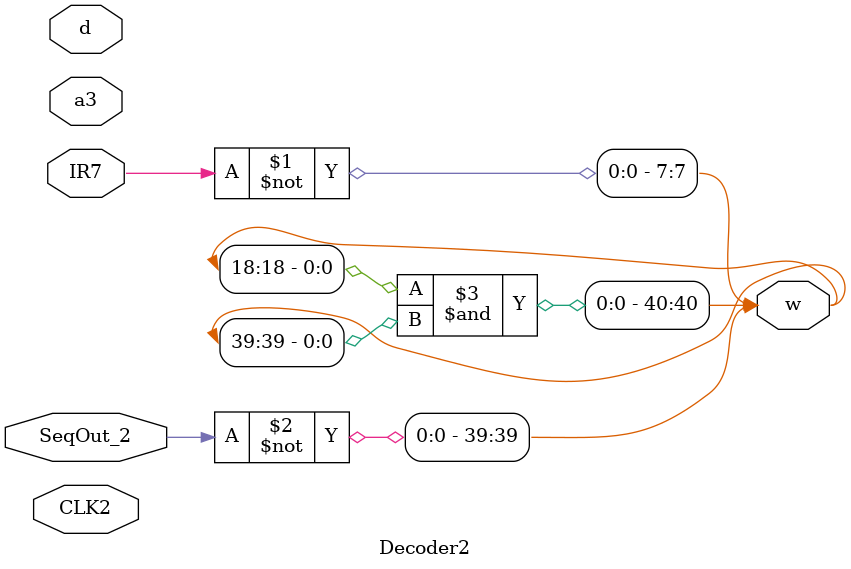
<source format=v>

module Decoder2( CLK2, a3, d, w, SeqOut_2, IR7 );

	input CLK2;
	input a3;
	input [106:0] d;
	output [40:0] w;
	input SeqOut_2;
	input IR7;

	assign w[7] = ~IR7;			// Not used

	assign w[39] = ~SeqOut_2;
	assign w[40] = w[18] & w[39];

endmodule // Decoder2

</source>
